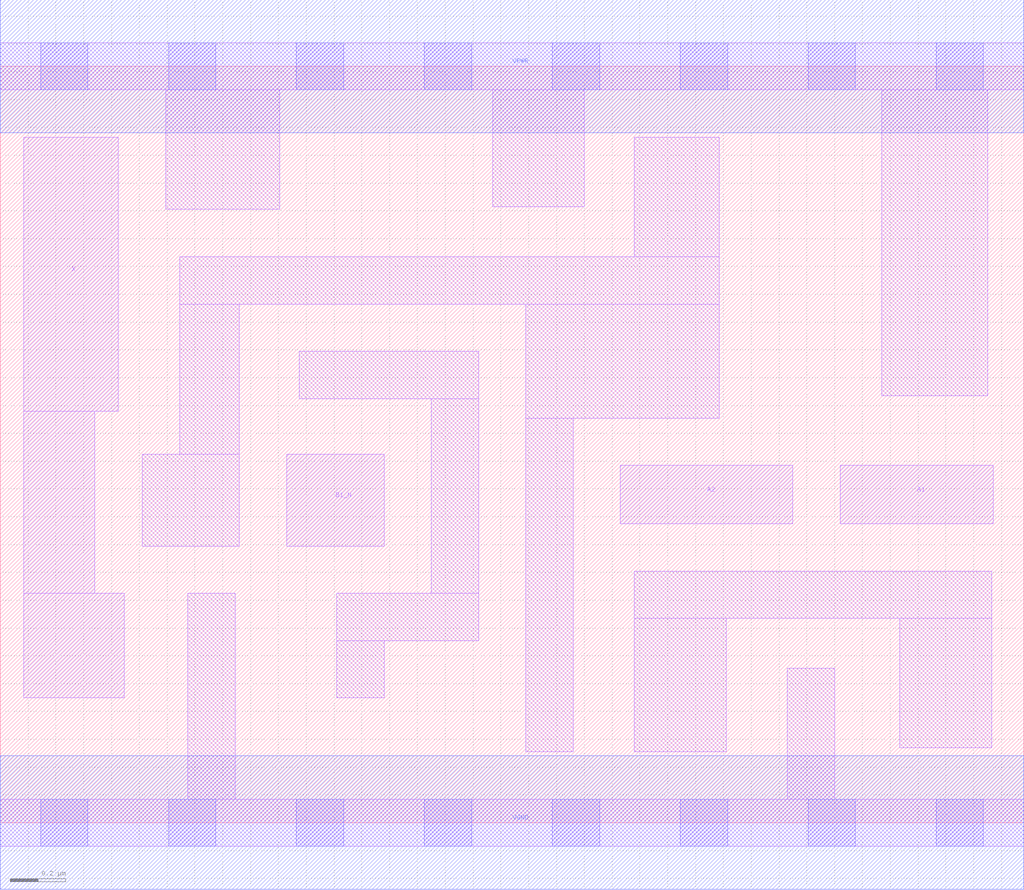
<source format=lef>
# Copyright 2020 The SkyWater PDK Authors
#
# Licensed under the Apache License, Version 2.0 (the "License");
# you may not use this file except in compliance with the License.
# You may obtain a copy of the License at
#
#     https://www.apache.org/licenses/LICENSE-2.0
#
# Unless required by applicable law or agreed to in writing, software
# distributed under the License is distributed on an "AS IS" BASIS,
# WITHOUT WARRANTIES OR CONDITIONS OF ANY KIND, either express or implied.
# See the License for the specific language governing permissions and
# limitations under the License.
#
# SPDX-License-Identifier: Apache-2.0

VERSION 5.7 ;
  NAMESCASESENSITIVE ON ;
  NOWIREEXTENSIONATPIN ON ;
  DIVIDERCHAR "/" ;
  BUSBITCHARS "[]" ;
UNITS
  DATABASE MICRONS 200 ;
END UNITS
PROPERTYDEFINITIONS
  MACRO maskLayoutSubType STRING ;
  MACRO prCellType STRING ;
  MACRO originalViewName STRING ;
END PROPERTYDEFINITIONS
MACRO sky130_fd_sc_hdll__o21ba_1
  CLASS CORE ;
  FOREIGN sky130_fd_sc_hdll__o21ba_1 ;
  ORIGIN  0.000000  0.000000 ;
  SIZE  3.680000 BY  2.720000 ;
  SYMMETRY X Y R90 ;
  SITE unithd ;
  PIN A1
    ANTENNAGATEAREA  0.277500 ;
    DIRECTION INPUT ;
    USE SIGNAL ;
    PORT
      LAYER li1 ;
        RECT 3.020000 1.075000 3.570000 1.285000 ;
    END
  END A1
  PIN A2
    ANTENNAGATEAREA  0.277500 ;
    DIRECTION INPUT ;
    USE SIGNAL ;
    PORT
      LAYER li1 ;
        RECT 2.230000 1.075000 2.850000 1.285000 ;
    END
  END A2
  PIN B1_N
    ANTENNAGATEAREA  0.138600 ;
    DIRECTION INPUT ;
    USE SIGNAL ;
    PORT
      LAYER li1 ;
        RECT 1.030000 0.995000 1.380000 1.325000 ;
    END
  END B1_N
  PIN X
    ANTENNADIFFAREA  0.439000 ;
    DIRECTION OUTPUT ;
    USE SIGNAL ;
    PORT
      LAYER li1 ;
        RECT 0.085000 0.450000 0.445000 0.825000 ;
        RECT 0.085000 0.825000 0.340000 1.480000 ;
        RECT 0.085000 1.480000 0.425000 2.465000 ;
    END
  END X
  PIN VGND
    DIRECTION INOUT ;
    USE GROUND ;
    PORT
      LAYER met1 ;
        RECT 0.000000 -0.240000 3.680000 0.240000 ;
    END
  END VGND
  PIN VPWR
    DIRECTION INOUT ;
    USE POWER ;
    PORT
      LAYER met1 ;
        RECT 0.000000 2.480000 3.680000 2.960000 ;
    END
  END VPWR
  OBS
    LAYER li1 ;
      RECT 0.000000 -0.085000 3.680000 0.085000 ;
      RECT 0.000000  2.635000 3.680000 2.805000 ;
      RECT 0.510000  0.995000 0.860000 1.325000 ;
      RECT 0.595000  2.205000 1.005000 2.635000 ;
      RECT 0.645000  1.325000 0.860000 1.865000 ;
      RECT 0.645000  1.865000 2.585000 2.035000 ;
      RECT 0.675000  0.085000 0.845000 0.825000 ;
      RECT 1.075000  1.525000 1.720000 1.695000 ;
      RECT 1.210000  0.450000 1.380000 0.655000 ;
      RECT 1.210000  0.655000 1.720000 0.825000 ;
      RECT 1.550000  0.825000 1.720000 1.525000 ;
      RECT 1.770000  2.215000 2.100000 2.635000 ;
      RECT 1.890000  0.255000 2.060000 1.455000 ;
      RECT 1.890000  1.455000 2.585000 1.865000 ;
      RECT 2.280000  0.255000 2.610000 0.735000 ;
      RECT 2.280000  0.735000 3.565000 0.905000 ;
      RECT 2.280000  2.035000 2.585000 2.465000 ;
      RECT 2.830000  0.085000 3.000000 0.555000 ;
      RECT 3.170000  1.535000 3.550000 2.635000 ;
      RECT 3.235000  0.270000 3.565000 0.735000 ;
    LAYER mcon ;
      RECT 0.145000 -0.085000 0.315000 0.085000 ;
      RECT 0.145000  2.635000 0.315000 2.805000 ;
      RECT 0.605000 -0.085000 0.775000 0.085000 ;
      RECT 0.605000  2.635000 0.775000 2.805000 ;
      RECT 1.065000 -0.085000 1.235000 0.085000 ;
      RECT 1.065000  2.635000 1.235000 2.805000 ;
      RECT 1.525000 -0.085000 1.695000 0.085000 ;
      RECT 1.525000  2.635000 1.695000 2.805000 ;
      RECT 1.985000 -0.085000 2.155000 0.085000 ;
      RECT 1.985000  2.635000 2.155000 2.805000 ;
      RECT 2.445000 -0.085000 2.615000 0.085000 ;
      RECT 2.445000  2.635000 2.615000 2.805000 ;
      RECT 2.905000 -0.085000 3.075000 0.085000 ;
      RECT 2.905000  2.635000 3.075000 2.805000 ;
      RECT 3.365000 -0.085000 3.535000 0.085000 ;
      RECT 3.365000  2.635000 3.535000 2.805000 ;
  END
  PROPERTY maskLayoutSubType "abstract" ;
  PROPERTY prCellType "standard" ;
  PROPERTY originalViewName "layout" ;
END sky130_fd_sc_hdll__o21ba_1

</source>
